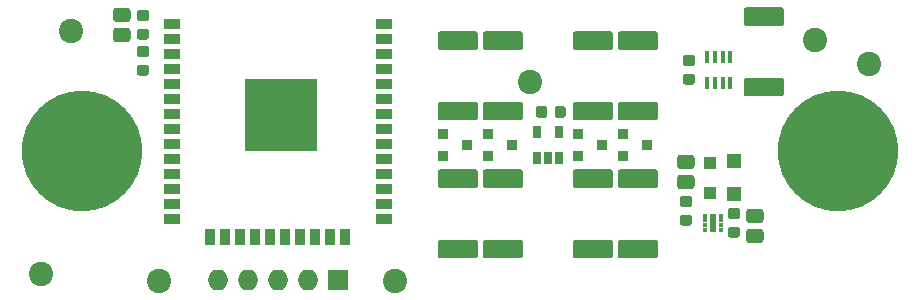
<source format=gts>
G04 #@! TF.GenerationSoftware,KiCad,Pcbnew,5.0.0-rc3-unknown-3df2743~65~ubuntu18.04.1*
G04 #@! TF.CreationDate,2018-07-04T11:38:03+02:00*
G04 #@! TF.ProjectId,ESP32-li-ion-cell-monitor,45535033322D6C692D696F6E2D63656C,1.0*
G04 #@! TF.SameCoordinates,Original*
G04 #@! TF.FileFunction,Soldermask,Top*
G04 #@! TF.FilePolarity,Negative*
%FSLAX46Y46*%
G04 Gerber Fmt 4.6, Leading zero omitted, Abs format (unit mm)*
G04 Created by KiCad (PCBNEW 5.0.0-rc3-unknown-3df2743~65~ubuntu18.04.1) date Wed Jul  4 11:38:03 2018*
%MOMM*%
%LPD*%
G01*
G04 APERTURE LIST*
%ADD10C,0.360000*%
%ADD11R,0.500000X1.500000*%
%ADD12R,0.410000X0.320000*%
%ADD13R,0.460000X1.120000*%
%ADD14O,1.760000X1.760000*%
%ADD15R,1.760000X1.760000*%
%ADD16C,0.860000*%
%ADD17R,6.060000X6.060000*%
%ADD18R,1.410000X0.960000*%
%ADD19R,0.960000X1.410000*%
%ADD20R,0.710000X1.120000*%
%ADD21C,0.100000*%
%ADD22C,1.210000*%
%ADD23C,0.935000*%
%ADD24R,0.960000X0.860000*%
%ADD25C,2.060000*%
%ADD26R,1.160000X1.160000*%
%ADD27R,1.060000X1.060000*%
%ADD28C,1.585000*%
%ADD29C,10.220000*%
G04 APERTURE END LIST*
D10*
G04 #@! TO.C,U1*
X215392000Y-70604000D03*
X215392000Y-70279000D03*
X215392000Y-69929000D03*
X215392000Y-69604000D03*
D11*
X215392000Y-70104000D03*
D12*
X216092000Y-69504000D03*
X216092000Y-69904000D03*
X216092000Y-70304000D03*
X216092000Y-70704000D03*
X214692000Y-70704000D03*
X214692000Y-70304000D03*
X214692000Y-69904000D03*
X214692000Y-69504000D03*
G04 #@! TD*
D13*
G04 #@! TO.C,U3*
X216880000Y-58250000D03*
X216230000Y-58250000D03*
X215570000Y-58250000D03*
X214920000Y-58250000D03*
X214920000Y-56050000D03*
X215570000Y-56050000D03*
X216230000Y-56050000D03*
X216880000Y-56050000D03*
G04 #@! TD*
D14*
G04 #@! TO.C,J3*
X173482000Y-74930000D03*
X176022000Y-74930000D03*
X178562000Y-74930000D03*
X181102000Y-74930000D03*
D15*
X183642000Y-74930000D03*
G04 #@! TD*
D16*
G04 #@! TO.C,U2*
X176856000Y-58990000D03*
D17*
X178856000Y-60990000D03*
D18*
X169556000Y-53280000D03*
X169556000Y-54550000D03*
X169556000Y-55820000D03*
X169556000Y-57090000D03*
X169556000Y-58360000D03*
X169556000Y-59630000D03*
X169556000Y-60900000D03*
X169556000Y-62170000D03*
X169556000Y-63440000D03*
X169556000Y-64710000D03*
X169556000Y-65980000D03*
X169556000Y-67250000D03*
X169556000Y-68520000D03*
X169556000Y-69790000D03*
D19*
X172856000Y-71290000D03*
X174126000Y-71290000D03*
X175396000Y-71290000D03*
X176666000Y-71290000D03*
X177936000Y-71290000D03*
X179206000Y-71290000D03*
X180476000Y-71290000D03*
X181746000Y-71290000D03*
X183016000Y-71290000D03*
X184286000Y-71290000D03*
D18*
X187586000Y-69790000D03*
X187586000Y-68520000D03*
X187586000Y-67250000D03*
X187586000Y-65980000D03*
X187586000Y-64710000D03*
X187586000Y-63440000D03*
X187586000Y-62170000D03*
X187586000Y-60900000D03*
X187586000Y-59630000D03*
X187586000Y-58360000D03*
X187586000Y-57090000D03*
X187586000Y-55820000D03*
X187586000Y-54550000D03*
X187586000Y-53280000D03*
D16*
X176856000Y-59990000D03*
X176856000Y-60990000D03*
X176856000Y-61990000D03*
X176856000Y-62990000D03*
X177856000Y-62990000D03*
X177856000Y-61990000D03*
X177856000Y-60990000D03*
X177856000Y-59990000D03*
X177856000Y-58990000D03*
X179856000Y-58990000D03*
X179856000Y-59990000D03*
X179856000Y-60990000D03*
X179856000Y-61990000D03*
X179856000Y-62990000D03*
X178856000Y-62990000D03*
X178856000Y-61990000D03*
X178856000Y-60990000D03*
X178856000Y-59990000D03*
X178856000Y-58990000D03*
X180856000Y-62990000D03*
X180856000Y-61990000D03*
X180856000Y-60990000D03*
X180856000Y-59990000D03*
X180856000Y-58990000D03*
G04 #@! TD*
D20*
G04 #@! TO.C,U4*
X200472000Y-64600000D03*
X201422000Y-64600000D03*
X202372000Y-64600000D03*
X202372000Y-62400000D03*
X200472000Y-62400000D03*
G04 #@! TD*
D21*
G04 #@! TO.C,C1*
G36*
X165846740Y-51886267D02*
X165872274Y-51890054D01*
X165897314Y-51896327D01*
X165921619Y-51905023D01*
X165944955Y-51916060D01*
X165967096Y-51929331D01*
X165987830Y-51944708D01*
X166006956Y-51962044D01*
X166024292Y-51981170D01*
X166039669Y-52001904D01*
X166052940Y-52024045D01*
X166063977Y-52047381D01*
X166072673Y-52071686D01*
X166078946Y-52096726D01*
X166082733Y-52122260D01*
X166084000Y-52148043D01*
X166084000Y-52831957D01*
X166082733Y-52857740D01*
X166078946Y-52883274D01*
X166072673Y-52908314D01*
X166063977Y-52932619D01*
X166052940Y-52955955D01*
X166039669Y-52978096D01*
X166024292Y-52998830D01*
X166006956Y-53017956D01*
X165987830Y-53035292D01*
X165967096Y-53050669D01*
X165944955Y-53063940D01*
X165921619Y-53074977D01*
X165897314Y-53083673D01*
X165872274Y-53089946D01*
X165846740Y-53093733D01*
X165820957Y-53095000D01*
X164887043Y-53095000D01*
X164861260Y-53093733D01*
X164835726Y-53089946D01*
X164810686Y-53083673D01*
X164786381Y-53074977D01*
X164763045Y-53063940D01*
X164740904Y-53050669D01*
X164720170Y-53035292D01*
X164701044Y-53017956D01*
X164683708Y-52998830D01*
X164668331Y-52978096D01*
X164655060Y-52955955D01*
X164644023Y-52932619D01*
X164635327Y-52908314D01*
X164629054Y-52883274D01*
X164625267Y-52857740D01*
X164624000Y-52831957D01*
X164624000Y-52148043D01*
X164625267Y-52122260D01*
X164629054Y-52096726D01*
X164635327Y-52071686D01*
X164644023Y-52047381D01*
X164655060Y-52024045D01*
X164668331Y-52001904D01*
X164683708Y-51981170D01*
X164701044Y-51962044D01*
X164720170Y-51944708D01*
X164740904Y-51929331D01*
X164763045Y-51916060D01*
X164786381Y-51905023D01*
X164810686Y-51896327D01*
X164835726Y-51890054D01*
X164861260Y-51886267D01*
X164887043Y-51885000D01*
X165820957Y-51885000D01*
X165846740Y-51886267D01*
X165846740Y-51886267D01*
G37*
D22*
X165354000Y-52490000D03*
D21*
G36*
X165846740Y-53586267D02*
X165872274Y-53590054D01*
X165897314Y-53596327D01*
X165921619Y-53605023D01*
X165944955Y-53616060D01*
X165967096Y-53629331D01*
X165987830Y-53644708D01*
X166006956Y-53662044D01*
X166024292Y-53681170D01*
X166039669Y-53701904D01*
X166052940Y-53724045D01*
X166063977Y-53747381D01*
X166072673Y-53771686D01*
X166078946Y-53796726D01*
X166082733Y-53822260D01*
X166084000Y-53848043D01*
X166084000Y-54531957D01*
X166082733Y-54557740D01*
X166078946Y-54583274D01*
X166072673Y-54608314D01*
X166063977Y-54632619D01*
X166052940Y-54655955D01*
X166039669Y-54678096D01*
X166024292Y-54698830D01*
X166006956Y-54717956D01*
X165987830Y-54735292D01*
X165967096Y-54750669D01*
X165944955Y-54763940D01*
X165921619Y-54774977D01*
X165897314Y-54783673D01*
X165872274Y-54789946D01*
X165846740Y-54793733D01*
X165820957Y-54795000D01*
X164887043Y-54795000D01*
X164861260Y-54793733D01*
X164835726Y-54789946D01*
X164810686Y-54783673D01*
X164786381Y-54774977D01*
X164763045Y-54763940D01*
X164740904Y-54750669D01*
X164720170Y-54735292D01*
X164701044Y-54717956D01*
X164683708Y-54698830D01*
X164668331Y-54678096D01*
X164655060Y-54655955D01*
X164644023Y-54632619D01*
X164635327Y-54608314D01*
X164629054Y-54583274D01*
X164625267Y-54557740D01*
X164624000Y-54531957D01*
X164624000Y-53848043D01*
X164625267Y-53822260D01*
X164629054Y-53796726D01*
X164635327Y-53771686D01*
X164644023Y-53747381D01*
X164655060Y-53724045D01*
X164668331Y-53701904D01*
X164683708Y-53681170D01*
X164701044Y-53662044D01*
X164720170Y-53644708D01*
X164740904Y-53629331D01*
X164763045Y-53616060D01*
X164786381Y-53605023D01*
X164810686Y-53596327D01*
X164835726Y-53590054D01*
X164861260Y-53586267D01*
X164887043Y-53585000D01*
X165820957Y-53585000D01*
X165846740Y-53586267D01*
X165846740Y-53586267D01*
G37*
D22*
X165354000Y-54190000D03*
G04 #@! TD*
D21*
G04 #@! TO.C,C4*
G36*
X217464162Y-70425126D02*
X217486852Y-70428491D01*
X217509104Y-70434065D01*
X217530702Y-70441793D01*
X217551439Y-70451601D01*
X217571115Y-70463394D01*
X217589539Y-70477059D01*
X217606536Y-70492464D01*
X217621941Y-70509461D01*
X217635606Y-70527885D01*
X217647399Y-70547561D01*
X217657207Y-70568298D01*
X217664935Y-70589896D01*
X217670509Y-70612148D01*
X217673874Y-70634838D01*
X217675000Y-70657750D01*
X217675000Y-71125250D01*
X217673874Y-71148162D01*
X217670509Y-71170852D01*
X217664935Y-71193104D01*
X217657207Y-71214702D01*
X217647399Y-71235439D01*
X217635606Y-71255115D01*
X217621941Y-71273539D01*
X217606536Y-71290536D01*
X217589539Y-71305941D01*
X217571115Y-71319606D01*
X217551439Y-71331399D01*
X217530702Y-71341207D01*
X217509104Y-71348935D01*
X217486852Y-71354509D01*
X217464162Y-71357874D01*
X217441250Y-71359000D01*
X216898750Y-71359000D01*
X216875838Y-71357874D01*
X216853148Y-71354509D01*
X216830896Y-71348935D01*
X216809298Y-71341207D01*
X216788561Y-71331399D01*
X216768885Y-71319606D01*
X216750461Y-71305941D01*
X216733464Y-71290536D01*
X216718059Y-71273539D01*
X216704394Y-71255115D01*
X216692601Y-71235439D01*
X216682793Y-71214702D01*
X216675065Y-71193104D01*
X216669491Y-71170852D01*
X216666126Y-71148162D01*
X216665000Y-71125250D01*
X216665000Y-70657750D01*
X216666126Y-70634838D01*
X216669491Y-70612148D01*
X216675065Y-70589896D01*
X216682793Y-70568298D01*
X216692601Y-70547561D01*
X216704394Y-70527885D01*
X216718059Y-70509461D01*
X216733464Y-70492464D01*
X216750461Y-70477059D01*
X216768885Y-70463394D01*
X216788561Y-70451601D01*
X216809298Y-70441793D01*
X216830896Y-70434065D01*
X216853148Y-70428491D01*
X216875838Y-70425126D01*
X216898750Y-70424000D01*
X217441250Y-70424000D01*
X217464162Y-70425126D01*
X217464162Y-70425126D01*
G37*
D23*
X217170000Y-70891500D03*
D21*
G36*
X217464162Y-68850126D02*
X217486852Y-68853491D01*
X217509104Y-68859065D01*
X217530702Y-68866793D01*
X217551439Y-68876601D01*
X217571115Y-68888394D01*
X217589539Y-68902059D01*
X217606536Y-68917464D01*
X217621941Y-68934461D01*
X217635606Y-68952885D01*
X217647399Y-68972561D01*
X217657207Y-68993298D01*
X217664935Y-69014896D01*
X217670509Y-69037148D01*
X217673874Y-69059838D01*
X217675000Y-69082750D01*
X217675000Y-69550250D01*
X217673874Y-69573162D01*
X217670509Y-69595852D01*
X217664935Y-69618104D01*
X217657207Y-69639702D01*
X217647399Y-69660439D01*
X217635606Y-69680115D01*
X217621941Y-69698539D01*
X217606536Y-69715536D01*
X217589539Y-69730941D01*
X217571115Y-69744606D01*
X217551439Y-69756399D01*
X217530702Y-69766207D01*
X217509104Y-69773935D01*
X217486852Y-69779509D01*
X217464162Y-69782874D01*
X217441250Y-69784000D01*
X216898750Y-69784000D01*
X216875838Y-69782874D01*
X216853148Y-69779509D01*
X216830896Y-69773935D01*
X216809298Y-69766207D01*
X216788561Y-69756399D01*
X216768885Y-69744606D01*
X216750461Y-69730941D01*
X216733464Y-69715536D01*
X216718059Y-69698539D01*
X216704394Y-69680115D01*
X216692601Y-69660439D01*
X216682793Y-69639702D01*
X216675065Y-69618104D01*
X216669491Y-69595852D01*
X216666126Y-69573162D01*
X216665000Y-69550250D01*
X216665000Y-69082750D01*
X216666126Y-69059838D01*
X216669491Y-69037148D01*
X216675065Y-69014896D01*
X216682793Y-68993298D01*
X216692601Y-68972561D01*
X216704394Y-68952885D01*
X216718059Y-68934461D01*
X216733464Y-68917464D01*
X216750461Y-68902059D01*
X216768885Y-68888394D01*
X216788561Y-68876601D01*
X216809298Y-68866793D01*
X216830896Y-68859065D01*
X216853148Y-68853491D01*
X216875838Y-68850126D01*
X216898750Y-68849000D01*
X217441250Y-68849000D01*
X217464162Y-68850126D01*
X217464162Y-68850126D01*
G37*
D23*
X217170000Y-69316500D03*
G04 #@! TD*
D21*
G04 #@! TO.C,C5*
G36*
X213598740Y-66032267D02*
X213624274Y-66036054D01*
X213649314Y-66042327D01*
X213673619Y-66051023D01*
X213696955Y-66062060D01*
X213719096Y-66075331D01*
X213739830Y-66090708D01*
X213758956Y-66108044D01*
X213776292Y-66127170D01*
X213791669Y-66147904D01*
X213804940Y-66170045D01*
X213815977Y-66193381D01*
X213824673Y-66217686D01*
X213830946Y-66242726D01*
X213834733Y-66268260D01*
X213836000Y-66294043D01*
X213836000Y-66977957D01*
X213834733Y-67003740D01*
X213830946Y-67029274D01*
X213824673Y-67054314D01*
X213815977Y-67078619D01*
X213804940Y-67101955D01*
X213791669Y-67124096D01*
X213776292Y-67144830D01*
X213758956Y-67163956D01*
X213739830Y-67181292D01*
X213719096Y-67196669D01*
X213696955Y-67209940D01*
X213673619Y-67220977D01*
X213649314Y-67229673D01*
X213624274Y-67235946D01*
X213598740Y-67239733D01*
X213572957Y-67241000D01*
X212639043Y-67241000D01*
X212613260Y-67239733D01*
X212587726Y-67235946D01*
X212562686Y-67229673D01*
X212538381Y-67220977D01*
X212515045Y-67209940D01*
X212492904Y-67196669D01*
X212472170Y-67181292D01*
X212453044Y-67163956D01*
X212435708Y-67144830D01*
X212420331Y-67124096D01*
X212407060Y-67101955D01*
X212396023Y-67078619D01*
X212387327Y-67054314D01*
X212381054Y-67029274D01*
X212377267Y-67003740D01*
X212376000Y-66977957D01*
X212376000Y-66294043D01*
X212377267Y-66268260D01*
X212381054Y-66242726D01*
X212387327Y-66217686D01*
X212396023Y-66193381D01*
X212407060Y-66170045D01*
X212420331Y-66147904D01*
X212435708Y-66127170D01*
X212453044Y-66108044D01*
X212472170Y-66090708D01*
X212492904Y-66075331D01*
X212515045Y-66062060D01*
X212538381Y-66051023D01*
X212562686Y-66042327D01*
X212587726Y-66036054D01*
X212613260Y-66032267D01*
X212639043Y-66031000D01*
X213572957Y-66031000D01*
X213598740Y-66032267D01*
X213598740Y-66032267D01*
G37*
D22*
X213106000Y-66636000D03*
D21*
G36*
X213598740Y-64332267D02*
X213624274Y-64336054D01*
X213649314Y-64342327D01*
X213673619Y-64351023D01*
X213696955Y-64362060D01*
X213719096Y-64375331D01*
X213739830Y-64390708D01*
X213758956Y-64408044D01*
X213776292Y-64427170D01*
X213791669Y-64447904D01*
X213804940Y-64470045D01*
X213815977Y-64493381D01*
X213824673Y-64517686D01*
X213830946Y-64542726D01*
X213834733Y-64568260D01*
X213836000Y-64594043D01*
X213836000Y-65277957D01*
X213834733Y-65303740D01*
X213830946Y-65329274D01*
X213824673Y-65354314D01*
X213815977Y-65378619D01*
X213804940Y-65401955D01*
X213791669Y-65424096D01*
X213776292Y-65444830D01*
X213758956Y-65463956D01*
X213739830Y-65481292D01*
X213719096Y-65496669D01*
X213696955Y-65509940D01*
X213673619Y-65520977D01*
X213649314Y-65529673D01*
X213624274Y-65535946D01*
X213598740Y-65539733D01*
X213572957Y-65541000D01*
X212639043Y-65541000D01*
X212613260Y-65539733D01*
X212587726Y-65535946D01*
X212562686Y-65529673D01*
X212538381Y-65520977D01*
X212515045Y-65509940D01*
X212492904Y-65496669D01*
X212472170Y-65481292D01*
X212453044Y-65463956D01*
X212435708Y-65444830D01*
X212420331Y-65424096D01*
X212407060Y-65401955D01*
X212396023Y-65378619D01*
X212387327Y-65354314D01*
X212381054Y-65329274D01*
X212377267Y-65303740D01*
X212376000Y-65277957D01*
X212376000Y-64594043D01*
X212377267Y-64568260D01*
X212381054Y-64542726D01*
X212387327Y-64517686D01*
X212396023Y-64493381D01*
X212407060Y-64470045D01*
X212420331Y-64447904D01*
X212435708Y-64427170D01*
X212453044Y-64408044D01*
X212472170Y-64390708D01*
X212492904Y-64375331D01*
X212515045Y-64362060D01*
X212538381Y-64351023D01*
X212562686Y-64342327D01*
X212587726Y-64336054D01*
X212613260Y-64332267D01*
X212639043Y-64331000D01*
X213572957Y-64331000D01*
X213598740Y-64332267D01*
X213598740Y-64332267D01*
G37*
D22*
X213106000Y-64936000D03*
G04 #@! TD*
D21*
G04 #@! TO.C,C6*
G36*
X213400162Y-67834126D02*
X213422852Y-67837491D01*
X213445104Y-67843065D01*
X213466702Y-67850793D01*
X213487439Y-67860601D01*
X213507115Y-67872394D01*
X213525539Y-67886059D01*
X213542536Y-67901464D01*
X213557941Y-67918461D01*
X213571606Y-67936885D01*
X213583399Y-67956561D01*
X213593207Y-67977298D01*
X213600935Y-67998896D01*
X213606509Y-68021148D01*
X213609874Y-68043838D01*
X213611000Y-68066750D01*
X213611000Y-68534250D01*
X213609874Y-68557162D01*
X213606509Y-68579852D01*
X213600935Y-68602104D01*
X213593207Y-68623702D01*
X213583399Y-68644439D01*
X213571606Y-68664115D01*
X213557941Y-68682539D01*
X213542536Y-68699536D01*
X213525539Y-68714941D01*
X213507115Y-68728606D01*
X213487439Y-68740399D01*
X213466702Y-68750207D01*
X213445104Y-68757935D01*
X213422852Y-68763509D01*
X213400162Y-68766874D01*
X213377250Y-68768000D01*
X212834750Y-68768000D01*
X212811838Y-68766874D01*
X212789148Y-68763509D01*
X212766896Y-68757935D01*
X212745298Y-68750207D01*
X212724561Y-68740399D01*
X212704885Y-68728606D01*
X212686461Y-68714941D01*
X212669464Y-68699536D01*
X212654059Y-68682539D01*
X212640394Y-68664115D01*
X212628601Y-68644439D01*
X212618793Y-68623702D01*
X212611065Y-68602104D01*
X212605491Y-68579852D01*
X212602126Y-68557162D01*
X212601000Y-68534250D01*
X212601000Y-68066750D01*
X212602126Y-68043838D01*
X212605491Y-68021148D01*
X212611065Y-67998896D01*
X212618793Y-67977298D01*
X212628601Y-67956561D01*
X212640394Y-67936885D01*
X212654059Y-67918461D01*
X212669464Y-67901464D01*
X212686461Y-67886059D01*
X212704885Y-67872394D01*
X212724561Y-67860601D01*
X212745298Y-67850793D01*
X212766896Y-67843065D01*
X212789148Y-67837491D01*
X212811838Y-67834126D01*
X212834750Y-67833000D01*
X213377250Y-67833000D01*
X213400162Y-67834126D01*
X213400162Y-67834126D01*
G37*
D23*
X213106000Y-68300500D03*
D21*
G36*
X213400162Y-69409126D02*
X213422852Y-69412491D01*
X213445104Y-69418065D01*
X213466702Y-69425793D01*
X213487439Y-69435601D01*
X213507115Y-69447394D01*
X213525539Y-69461059D01*
X213542536Y-69476464D01*
X213557941Y-69493461D01*
X213571606Y-69511885D01*
X213583399Y-69531561D01*
X213593207Y-69552298D01*
X213600935Y-69573896D01*
X213606509Y-69596148D01*
X213609874Y-69618838D01*
X213611000Y-69641750D01*
X213611000Y-70109250D01*
X213609874Y-70132162D01*
X213606509Y-70154852D01*
X213600935Y-70177104D01*
X213593207Y-70198702D01*
X213583399Y-70219439D01*
X213571606Y-70239115D01*
X213557941Y-70257539D01*
X213542536Y-70274536D01*
X213525539Y-70289941D01*
X213507115Y-70303606D01*
X213487439Y-70315399D01*
X213466702Y-70325207D01*
X213445104Y-70332935D01*
X213422852Y-70338509D01*
X213400162Y-70341874D01*
X213377250Y-70343000D01*
X212834750Y-70343000D01*
X212811838Y-70341874D01*
X212789148Y-70338509D01*
X212766896Y-70332935D01*
X212745298Y-70325207D01*
X212724561Y-70315399D01*
X212704885Y-70303606D01*
X212686461Y-70289941D01*
X212669464Y-70274536D01*
X212654059Y-70257539D01*
X212640394Y-70239115D01*
X212628601Y-70219439D01*
X212618793Y-70198702D01*
X212611065Y-70177104D01*
X212605491Y-70154852D01*
X212602126Y-70132162D01*
X212601000Y-70109250D01*
X212601000Y-69641750D01*
X212602126Y-69618838D01*
X212605491Y-69596148D01*
X212611065Y-69573896D01*
X212618793Y-69552298D01*
X212628601Y-69531561D01*
X212640394Y-69511885D01*
X212654059Y-69493461D01*
X212669464Y-69476464D01*
X212686461Y-69461059D01*
X212704885Y-69447394D01*
X212724561Y-69435601D01*
X212745298Y-69425793D01*
X212766896Y-69418065D01*
X212789148Y-69412491D01*
X212811838Y-69409126D01*
X212834750Y-69408000D01*
X213377250Y-69408000D01*
X213400162Y-69409126D01*
X213400162Y-69409126D01*
G37*
D23*
X213106000Y-69875500D03*
G04 #@! TD*
D24*
G04 #@! TO.C,Q1*
X194548000Y-63500000D03*
X192548000Y-64450000D03*
X192548000Y-62550000D03*
G04 #@! TD*
G04 #@! TO.C,Q2*
X196358000Y-62550000D03*
X196358000Y-64450000D03*
X198358000Y-63500000D03*
G04 #@! TD*
G04 #@! TO.C,Q3*
X203978000Y-62550000D03*
X203978000Y-64450000D03*
X205978000Y-63500000D03*
G04 #@! TD*
G04 #@! TO.C,Q4*
X209788000Y-63500000D03*
X207788000Y-64450000D03*
X207788000Y-62550000D03*
G04 #@! TD*
D25*
G04 #@! TO.C,TP1*
X161036000Y-53848000D03*
G04 #@! TD*
G04 #@! TO.C,TP2*
X158496000Y-74422000D03*
G04 #@! TD*
G04 #@! TO.C,TP3*
X168492000Y-75000000D03*
G04 #@! TD*
G04 #@! TO.C,TP4*
X188492000Y-75000000D03*
G04 #@! TD*
G04 #@! TO.C,TP5*
X224028000Y-54610000D03*
G04 #@! TD*
G04 #@! TO.C,TP6*
X228600000Y-56642000D03*
G04 #@! TD*
G04 #@! TO.C,TP7*
X199898000Y-58166000D03*
G04 #@! TD*
D21*
G04 #@! TO.C,C2*
G36*
X219440740Y-68904267D02*
X219466274Y-68908054D01*
X219491314Y-68914327D01*
X219515619Y-68923023D01*
X219538955Y-68934060D01*
X219561096Y-68947331D01*
X219581830Y-68962708D01*
X219600956Y-68980044D01*
X219618292Y-68999170D01*
X219633669Y-69019904D01*
X219646940Y-69042045D01*
X219657977Y-69065381D01*
X219666673Y-69089686D01*
X219672946Y-69114726D01*
X219676733Y-69140260D01*
X219678000Y-69166043D01*
X219678000Y-69849957D01*
X219676733Y-69875740D01*
X219672946Y-69901274D01*
X219666673Y-69926314D01*
X219657977Y-69950619D01*
X219646940Y-69973955D01*
X219633669Y-69996096D01*
X219618292Y-70016830D01*
X219600956Y-70035956D01*
X219581830Y-70053292D01*
X219561096Y-70068669D01*
X219538955Y-70081940D01*
X219515619Y-70092977D01*
X219491314Y-70101673D01*
X219466274Y-70107946D01*
X219440740Y-70111733D01*
X219414957Y-70113000D01*
X218481043Y-70113000D01*
X218455260Y-70111733D01*
X218429726Y-70107946D01*
X218404686Y-70101673D01*
X218380381Y-70092977D01*
X218357045Y-70081940D01*
X218334904Y-70068669D01*
X218314170Y-70053292D01*
X218295044Y-70035956D01*
X218277708Y-70016830D01*
X218262331Y-69996096D01*
X218249060Y-69973955D01*
X218238023Y-69950619D01*
X218229327Y-69926314D01*
X218223054Y-69901274D01*
X218219267Y-69875740D01*
X218218000Y-69849957D01*
X218218000Y-69166043D01*
X218219267Y-69140260D01*
X218223054Y-69114726D01*
X218229327Y-69089686D01*
X218238023Y-69065381D01*
X218249060Y-69042045D01*
X218262331Y-69019904D01*
X218277708Y-68999170D01*
X218295044Y-68980044D01*
X218314170Y-68962708D01*
X218334904Y-68947331D01*
X218357045Y-68934060D01*
X218380381Y-68923023D01*
X218404686Y-68914327D01*
X218429726Y-68908054D01*
X218455260Y-68904267D01*
X218481043Y-68903000D01*
X219414957Y-68903000D01*
X219440740Y-68904267D01*
X219440740Y-68904267D01*
G37*
D22*
X218948000Y-69508000D03*
D21*
G36*
X219440740Y-70604267D02*
X219466274Y-70608054D01*
X219491314Y-70614327D01*
X219515619Y-70623023D01*
X219538955Y-70634060D01*
X219561096Y-70647331D01*
X219581830Y-70662708D01*
X219600956Y-70680044D01*
X219618292Y-70699170D01*
X219633669Y-70719904D01*
X219646940Y-70742045D01*
X219657977Y-70765381D01*
X219666673Y-70789686D01*
X219672946Y-70814726D01*
X219676733Y-70840260D01*
X219678000Y-70866043D01*
X219678000Y-71549957D01*
X219676733Y-71575740D01*
X219672946Y-71601274D01*
X219666673Y-71626314D01*
X219657977Y-71650619D01*
X219646940Y-71673955D01*
X219633669Y-71696096D01*
X219618292Y-71716830D01*
X219600956Y-71735956D01*
X219581830Y-71753292D01*
X219561096Y-71768669D01*
X219538955Y-71781940D01*
X219515619Y-71792977D01*
X219491314Y-71801673D01*
X219466274Y-71807946D01*
X219440740Y-71811733D01*
X219414957Y-71813000D01*
X218481043Y-71813000D01*
X218455260Y-71811733D01*
X218429726Y-71807946D01*
X218404686Y-71801673D01*
X218380381Y-71792977D01*
X218357045Y-71781940D01*
X218334904Y-71768669D01*
X218314170Y-71753292D01*
X218295044Y-71735956D01*
X218277708Y-71716830D01*
X218262331Y-71696096D01*
X218249060Y-71673955D01*
X218238023Y-71650619D01*
X218229327Y-71626314D01*
X218223054Y-71601274D01*
X218219267Y-71575740D01*
X218218000Y-71549957D01*
X218218000Y-70866043D01*
X218219267Y-70840260D01*
X218223054Y-70814726D01*
X218229327Y-70789686D01*
X218238023Y-70765381D01*
X218249060Y-70742045D01*
X218262331Y-70719904D01*
X218277708Y-70699170D01*
X218295044Y-70680044D01*
X218314170Y-70662708D01*
X218334904Y-70647331D01*
X218357045Y-70634060D01*
X218380381Y-70623023D01*
X218404686Y-70614327D01*
X218429726Y-70608054D01*
X218455260Y-70604267D01*
X218481043Y-70603000D01*
X219414957Y-70603000D01*
X219440740Y-70604267D01*
X219440740Y-70604267D01*
G37*
D22*
X218948000Y-71208000D03*
G04 #@! TD*
D21*
G04 #@! TO.C,C3*
G36*
X167426162Y-52086126D02*
X167448852Y-52089491D01*
X167471104Y-52095065D01*
X167492702Y-52102793D01*
X167513439Y-52112601D01*
X167533115Y-52124394D01*
X167551539Y-52138059D01*
X167568536Y-52153464D01*
X167583941Y-52170461D01*
X167597606Y-52188885D01*
X167609399Y-52208561D01*
X167619207Y-52229298D01*
X167626935Y-52250896D01*
X167632509Y-52273148D01*
X167635874Y-52295838D01*
X167637000Y-52318750D01*
X167637000Y-52786250D01*
X167635874Y-52809162D01*
X167632509Y-52831852D01*
X167626935Y-52854104D01*
X167619207Y-52875702D01*
X167609399Y-52896439D01*
X167597606Y-52916115D01*
X167583941Y-52934539D01*
X167568536Y-52951536D01*
X167551539Y-52966941D01*
X167533115Y-52980606D01*
X167513439Y-52992399D01*
X167492702Y-53002207D01*
X167471104Y-53009935D01*
X167448852Y-53015509D01*
X167426162Y-53018874D01*
X167403250Y-53020000D01*
X166860750Y-53020000D01*
X166837838Y-53018874D01*
X166815148Y-53015509D01*
X166792896Y-53009935D01*
X166771298Y-53002207D01*
X166750561Y-52992399D01*
X166730885Y-52980606D01*
X166712461Y-52966941D01*
X166695464Y-52951536D01*
X166680059Y-52934539D01*
X166666394Y-52916115D01*
X166654601Y-52896439D01*
X166644793Y-52875702D01*
X166637065Y-52854104D01*
X166631491Y-52831852D01*
X166628126Y-52809162D01*
X166627000Y-52786250D01*
X166627000Y-52318750D01*
X166628126Y-52295838D01*
X166631491Y-52273148D01*
X166637065Y-52250896D01*
X166644793Y-52229298D01*
X166654601Y-52208561D01*
X166666394Y-52188885D01*
X166680059Y-52170461D01*
X166695464Y-52153464D01*
X166712461Y-52138059D01*
X166730885Y-52124394D01*
X166750561Y-52112601D01*
X166771298Y-52102793D01*
X166792896Y-52095065D01*
X166815148Y-52089491D01*
X166837838Y-52086126D01*
X166860750Y-52085000D01*
X167403250Y-52085000D01*
X167426162Y-52086126D01*
X167426162Y-52086126D01*
G37*
D23*
X167132000Y-52552500D03*
D21*
G36*
X167426162Y-53661126D02*
X167448852Y-53664491D01*
X167471104Y-53670065D01*
X167492702Y-53677793D01*
X167513439Y-53687601D01*
X167533115Y-53699394D01*
X167551539Y-53713059D01*
X167568536Y-53728464D01*
X167583941Y-53745461D01*
X167597606Y-53763885D01*
X167609399Y-53783561D01*
X167619207Y-53804298D01*
X167626935Y-53825896D01*
X167632509Y-53848148D01*
X167635874Y-53870838D01*
X167637000Y-53893750D01*
X167637000Y-54361250D01*
X167635874Y-54384162D01*
X167632509Y-54406852D01*
X167626935Y-54429104D01*
X167619207Y-54450702D01*
X167609399Y-54471439D01*
X167597606Y-54491115D01*
X167583941Y-54509539D01*
X167568536Y-54526536D01*
X167551539Y-54541941D01*
X167533115Y-54555606D01*
X167513439Y-54567399D01*
X167492702Y-54577207D01*
X167471104Y-54584935D01*
X167448852Y-54590509D01*
X167426162Y-54593874D01*
X167403250Y-54595000D01*
X166860750Y-54595000D01*
X166837838Y-54593874D01*
X166815148Y-54590509D01*
X166792896Y-54584935D01*
X166771298Y-54577207D01*
X166750561Y-54567399D01*
X166730885Y-54555606D01*
X166712461Y-54541941D01*
X166695464Y-54526536D01*
X166680059Y-54509539D01*
X166666394Y-54491115D01*
X166654601Y-54471439D01*
X166644793Y-54450702D01*
X166637065Y-54429104D01*
X166631491Y-54406852D01*
X166628126Y-54384162D01*
X166627000Y-54361250D01*
X166627000Y-53893750D01*
X166628126Y-53870838D01*
X166631491Y-53848148D01*
X166637065Y-53825896D01*
X166644793Y-53804298D01*
X166654601Y-53783561D01*
X166666394Y-53763885D01*
X166680059Y-53745461D01*
X166695464Y-53728464D01*
X166712461Y-53713059D01*
X166730885Y-53699394D01*
X166750561Y-53687601D01*
X166771298Y-53677793D01*
X166792896Y-53670065D01*
X166815148Y-53664491D01*
X166837838Y-53661126D01*
X166860750Y-53660000D01*
X167403250Y-53660000D01*
X167426162Y-53661126D01*
X167426162Y-53661126D01*
G37*
D23*
X167132000Y-54127500D03*
G04 #@! TD*
D21*
G04 #@! TO.C,R1*
G36*
X167426162Y-56709126D02*
X167448852Y-56712491D01*
X167471104Y-56718065D01*
X167492702Y-56725793D01*
X167513439Y-56735601D01*
X167533115Y-56747394D01*
X167551539Y-56761059D01*
X167568536Y-56776464D01*
X167583941Y-56793461D01*
X167597606Y-56811885D01*
X167609399Y-56831561D01*
X167619207Y-56852298D01*
X167626935Y-56873896D01*
X167632509Y-56896148D01*
X167635874Y-56918838D01*
X167637000Y-56941750D01*
X167637000Y-57409250D01*
X167635874Y-57432162D01*
X167632509Y-57454852D01*
X167626935Y-57477104D01*
X167619207Y-57498702D01*
X167609399Y-57519439D01*
X167597606Y-57539115D01*
X167583941Y-57557539D01*
X167568536Y-57574536D01*
X167551539Y-57589941D01*
X167533115Y-57603606D01*
X167513439Y-57615399D01*
X167492702Y-57625207D01*
X167471104Y-57632935D01*
X167448852Y-57638509D01*
X167426162Y-57641874D01*
X167403250Y-57643000D01*
X166860750Y-57643000D01*
X166837838Y-57641874D01*
X166815148Y-57638509D01*
X166792896Y-57632935D01*
X166771298Y-57625207D01*
X166750561Y-57615399D01*
X166730885Y-57603606D01*
X166712461Y-57589941D01*
X166695464Y-57574536D01*
X166680059Y-57557539D01*
X166666394Y-57539115D01*
X166654601Y-57519439D01*
X166644793Y-57498702D01*
X166637065Y-57477104D01*
X166631491Y-57454852D01*
X166628126Y-57432162D01*
X166627000Y-57409250D01*
X166627000Y-56941750D01*
X166628126Y-56918838D01*
X166631491Y-56896148D01*
X166637065Y-56873896D01*
X166644793Y-56852298D01*
X166654601Y-56831561D01*
X166666394Y-56811885D01*
X166680059Y-56793461D01*
X166695464Y-56776464D01*
X166712461Y-56761059D01*
X166730885Y-56747394D01*
X166750561Y-56735601D01*
X166771298Y-56725793D01*
X166792896Y-56718065D01*
X166815148Y-56712491D01*
X166837838Y-56709126D01*
X166860750Y-56708000D01*
X167403250Y-56708000D01*
X167426162Y-56709126D01*
X167426162Y-56709126D01*
G37*
D23*
X167132000Y-57175500D03*
D21*
G36*
X167426162Y-55134126D02*
X167448852Y-55137491D01*
X167471104Y-55143065D01*
X167492702Y-55150793D01*
X167513439Y-55160601D01*
X167533115Y-55172394D01*
X167551539Y-55186059D01*
X167568536Y-55201464D01*
X167583941Y-55218461D01*
X167597606Y-55236885D01*
X167609399Y-55256561D01*
X167619207Y-55277298D01*
X167626935Y-55298896D01*
X167632509Y-55321148D01*
X167635874Y-55343838D01*
X167637000Y-55366750D01*
X167637000Y-55834250D01*
X167635874Y-55857162D01*
X167632509Y-55879852D01*
X167626935Y-55902104D01*
X167619207Y-55923702D01*
X167609399Y-55944439D01*
X167597606Y-55964115D01*
X167583941Y-55982539D01*
X167568536Y-55999536D01*
X167551539Y-56014941D01*
X167533115Y-56028606D01*
X167513439Y-56040399D01*
X167492702Y-56050207D01*
X167471104Y-56057935D01*
X167448852Y-56063509D01*
X167426162Y-56066874D01*
X167403250Y-56068000D01*
X166860750Y-56068000D01*
X166837838Y-56066874D01*
X166815148Y-56063509D01*
X166792896Y-56057935D01*
X166771298Y-56050207D01*
X166750561Y-56040399D01*
X166730885Y-56028606D01*
X166712461Y-56014941D01*
X166695464Y-55999536D01*
X166680059Y-55982539D01*
X166666394Y-55964115D01*
X166654601Y-55944439D01*
X166644793Y-55923702D01*
X166637065Y-55902104D01*
X166631491Y-55879852D01*
X166628126Y-55857162D01*
X166627000Y-55834250D01*
X166627000Y-55366750D01*
X166628126Y-55343838D01*
X166631491Y-55321148D01*
X166637065Y-55298896D01*
X166644793Y-55277298D01*
X166654601Y-55256561D01*
X166666394Y-55236885D01*
X166680059Y-55218461D01*
X166695464Y-55201464D01*
X166712461Y-55186059D01*
X166730885Y-55172394D01*
X166750561Y-55160601D01*
X166771298Y-55150793D01*
X166792896Y-55143065D01*
X166815148Y-55137491D01*
X166837838Y-55134126D01*
X166860750Y-55133000D01*
X167403250Y-55133000D01*
X167426162Y-55134126D01*
X167426162Y-55134126D01*
G37*
D23*
X167132000Y-55600500D03*
G04 #@! TD*
D21*
G04 #@! TO.C,C7*
G36*
X213654162Y-57471126D02*
X213676852Y-57474491D01*
X213699104Y-57480065D01*
X213720702Y-57487793D01*
X213741439Y-57497601D01*
X213761115Y-57509394D01*
X213779539Y-57523059D01*
X213796536Y-57538464D01*
X213811941Y-57555461D01*
X213825606Y-57573885D01*
X213837399Y-57593561D01*
X213847207Y-57614298D01*
X213854935Y-57635896D01*
X213860509Y-57658148D01*
X213863874Y-57680838D01*
X213865000Y-57703750D01*
X213865000Y-58171250D01*
X213863874Y-58194162D01*
X213860509Y-58216852D01*
X213854935Y-58239104D01*
X213847207Y-58260702D01*
X213837399Y-58281439D01*
X213825606Y-58301115D01*
X213811941Y-58319539D01*
X213796536Y-58336536D01*
X213779539Y-58351941D01*
X213761115Y-58365606D01*
X213741439Y-58377399D01*
X213720702Y-58387207D01*
X213699104Y-58394935D01*
X213676852Y-58400509D01*
X213654162Y-58403874D01*
X213631250Y-58405000D01*
X213088750Y-58405000D01*
X213065838Y-58403874D01*
X213043148Y-58400509D01*
X213020896Y-58394935D01*
X212999298Y-58387207D01*
X212978561Y-58377399D01*
X212958885Y-58365606D01*
X212940461Y-58351941D01*
X212923464Y-58336536D01*
X212908059Y-58319539D01*
X212894394Y-58301115D01*
X212882601Y-58281439D01*
X212872793Y-58260702D01*
X212865065Y-58239104D01*
X212859491Y-58216852D01*
X212856126Y-58194162D01*
X212855000Y-58171250D01*
X212855000Y-57703750D01*
X212856126Y-57680838D01*
X212859491Y-57658148D01*
X212865065Y-57635896D01*
X212872793Y-57614298D01*
X212882601Y-57593561D01*
X212894394Y-57573885D01*
X212908059Y-57555461D01*
X212923464Y-57538464D01*
X212940461Y-57523059D01*
X212958885Y-57509394D01*
X212978561Y-57497601D01*
X212999298Y-57487793D01*
X213020896Y-57480065D01*
X213043148Y-57474491D01*
X213065838Y-57471126D01*
X213088750Y-57470000D01*
X213631250Y-57470000D01*
X213654162Y-57471126D01*
X213654162Y-57471126D01*
G37*
D23*
X213360000Y-57937500D03*
D21*
G36*
X213654162Y-55896126D02*
X213676852Y-55899491D01*
X213699104Y-55905065D01*
X213720702Y-55912793D01*
X213741439Y-55922601D01*
X213761115Y-55934394D01*
X213779539Y-55948059D01*
X213796536Y-55963464D01*
X213811941Y-55980461D01*
X213825606Y-55998885D01*
X213837399Y-56018561D01*
X213847207Y-56039298D01*
X213854935Y-56060896D01*
X213860509Y-56083148D01*
X213863874Y-56105838D01*
X213865000Y-56128750D01*
X213865000Y-56596250D01*
X213863874Y-56619162D01*
X213860509Y-56641852D01*
X213854935Y-56664104D01*
X213847207Y-56685702D01*
X213837399Y-56706439D01*
X213825606Y-56726115D01*
X213811941Y-56744539D01*
X213796536Y-56761536D01*
X213779539Y-56776941D01*
X213761115Y-56790606D01*
X213741439Y-56802399D01*
X213720702Y-56812207D01*
X213699104Y-56819935D01*
X213676852Y-56825509D01*
X213654162Y-56828874D01*
X213631250Y-56830000D01*
X213088750Y-56830000D01*
X213065838Y-56828874D01*
X213043148Y-56825509D01*
X213020896Y-56819935D01*
X212999298Y-56812207D01*
X212978561Y-56802399D01*
X212958885Y-56790606D01*
X212940461Y-56776941D01*
X212923464Y-56761536D01*
X212908059Y-56744539D01*
X212894394Y-56726115D01*
X212882601Y-56706439D01*
X212872793Y-56685702D01*
X212865065Y-56664104D01*
X212859491Y-56641852D01*
X212856126Y-56619162D01*
X212855000Y-56596250D01*
X212855000Y-56128750D01*
X212856126Y-56105838D01*
X212859491Y-56083148D01*
X212865065Y-56060896D01*
X212872793Y-56039298D01*
X212882601Y-56018561D01*
X212894394Y-55998885D01*
X212908059Y-55980461D01*
X212923464Y-55963464D01*
X212940461Y-55948059D01*
X212958885Y-55934394D01*
X212978561Y-55922601D01*
X212999298Y-55912793D01*
X213020896Y-55905065D01*
X213043148Y-55899491D01*
X213065838Y-55896126D01*
X213088750Y-55895000D01*
X213631250Y-55895000D01*
X213654162Y-55896126D01*
X213654162Y-55896126D01*
G37*
D23*
X213360000Y-56362500D03*
G04 #@! TD*
D21*
G04 #@! TO.C,C8*
G36*
X202720162Y-60202126D02*
X202742852Y-60205491D01*
X202765104Y-60211065D01*
X202786702Y-60218793D01*
X202807439Y-60228601D01*
X202827115Y-60240394D01*
X202845539Y-60254059D01*
X202862536Y-60269464D01*
X202877941Y-60286461D01*
X202891606Y-60304885D01*
X202903399Y-60324561D01*
X202913207Y-60345298D01*
X202920935Y-60366896D01*
X202926509Y-60389148D01*
X202929874Y-60411838D01*
X202931000Y-60434750D01*
X202931000Y-60977250D01*
X202929874Y-61000162D01*
X202926509Y-61022852D01*
X202920935Y-61045104D01*
X202913207Y-61066702D01*
X202903399Y-61087439D01*
X202891606Y-61107115D01*
X202877941Y-61125539D01*
X202862536Y-61142536D01*
X202845539Y-61157941D01*
X202827115Y-61171606D01*
X202807439Y-61183399D01*
X202786702Y-61193207D01*
X202765104Y-61200935D01*
X202742852Y-61206509D01*
X202720162Y-61209874D01*
X202697250Y-61211000D01*
X202229750Y-61211000D01*
X202206838Y-61209874D01*
X202184148Y-61206509D01*
X202161896Y-61200935D01*
X202140298Y-61193207D01*
X202119561Y-61183399D01*
X202099885Y-61171606D01*
X202081461Y-61157941D01*
X202064464Y-61142536D01*
X202049059Y-61125539D01*
X202035394Y-61107115D01*
X202023601Y-61087439D01*
X202013793Y-61066702D01*
X202006065Y-61045104D01*
X202000491Y-61022852D01*
X201997126Y-61000162D01*
X201996000Y-60977250D01*
X201996000Y-60434750D01*
X201997126Y-60411838D01*
X202000491Y-60389148D01*
X202006065Y-60366896D01*
X202013793Y-60345298D01*
X202023601Y-60324561D01*
X202035394Y-60304885D01*
X202049059Y-60286461D01*
X202064464Y-60269464D01*
X202081461Y-60254059D01*
X202099885Y-60240394D01*
X202119561Y-60228601D01*
X202140298Y-60218793D01*
X202161896Y-60211065D01*
X202184148Y-60205491D01*
X202206838Y-60202126D01*
X202229750Y-60201000D01*
X202697250Y-60201000D01*
X202720162Y-60202126D01*
X202720162Y-60202126D01*
G37*
D23*
X202463500Y-60706000D03*
D21*
G36*
X201145162Y-60202126D02*
X201167852Y-60205491D01*
X201190104Y-60211065D01*
X201211702Y-60218793D01*
X201232439Y-60228601D01*
X201252115Y-60240394D01*
X201270539Y-60254059D01*
X201287536Y-60269464D01*
X201302941Y-60286461D01*
X201316606Y-60304885D01*
X201328399Y-60324561D01*
X201338207Y-60345298D01*
X201345935Y-60366896D01*
X201351509Y-60389148D01*
X201354874Y-60411838D01*
X201356000Y-60434750D01*
X201356000Y-60977250D01*
X201354874Y-61000162D01*
X201351509Y-61022852D01*
X201345935Y-61045104D01*
X201338207Y-61066702D01*
X201328399Y-61087439D01*
X201316606Y-61107115D01*
X201302941Y-61125539D01*
X201287536Y-61142536D01*
X201270539Y-61157941D01*
X201252115Y-61171606D01*
X201232439Y-61183399D01*
X201211702Y-61193207D01*
X201190104Y-61200935D01*
X201167852Y-61206509D01*
X201145162Y-61209874D01*
X201122250Y-61211000D01*
X200654750Y-61211000D01*
X200631838Y-61209874D01*
X200609148Y-61206509D01*
X200586896Y-61200935D01*
X200565298Y-61193207D01*
X200544561Y-61183399D01*
X200524885Y-61171606D01*
X200506461Y-61157941D01*
X200489464Y-61142536D01*
X200474059Y-61125539D01*
X200460394Y-61107115D01*
X200448601Y-61087439D01*
X200438793Y-61066702D01*
X200431065Y-61045104D01*
X200425491Y-61022852D01*
X200422126Y-61000162D01*
X200421000Y-60977250D01*
X200421000Y-60434750D01*
X200422126Y-60411838D01*
X200425491Y-60389148D01*
X200431065Y-60366896D01*
X200438793Y-60345298D01*
X200448601Y-60324561D01*
X200460394Y-60304885D01*
X200474059Y-60286461D01*
X200489464Y-60269464D01*
X200506461Y-60254059D01*
X200524885Y-60240394D01*
X200544561Y-60228601D01*
X200565298Y-60218793D01*
X200586896Y-60211065D01*
X200609148Y-60205491D01*
X200631838Y-60202126D01*
X200654750Y-60201000D01*
X201122250Y-60201000D01*
X201145162Y-60202126D01*
X201145162Y-60202126D01*
G37*
D23*
X200888500Y-60706000D03*
G04 #@! TD*
D26*
G04 #@! TO.C,D1*
X217170000Y-67694000D03*
X217170000Y-64894000D03*
G04 #@! TD*
D27*
G04 #@! TO.C,D2*
X215138000Y-67544000D03*
X215138000Y-65044000D03*
G04 #@! TD*
D21*
G04 #@! TO.C,R2*
G36*
X195272633Y-71538251D02*
X195297856Y-71541993D01*
X195322591Y-71548188D01*
X195346600Y-71556779D01*
X195369650Y-71567681D01*
X195391522Y-71580790D01*
X195412003Y-71595980D01*
X195430896Y-71613104D01*
X195448020Y-71631997D01*
X195463210Y-71652478D01*
X195476319Y-71674350D01*
X195487221Y-71697400D01*
X195495812Y-71721409D01*
X195502007Y-71746144D01*
X195505749Y-71771367D01*
X195507000Y-71796835D01*
X195507000Y-72862165D01*
X195505749Y-72887633D01*
X195502007Y-72912856D01*
X195495812Y-72937591D01*
X195487221Y-72961600D01*
X195476319Y-72984650D01*
X195463210Y-73006522D01*
X195448020Y-73027003D01*
X195430896Y-73045896D01*
X195412003Y-73063020D01*
X195391522Y-73078210D01*
X195369650Y-73091319D01*
X195346600Y-73102221D01*
X195322591Y-73110812D01*
X195297856Y-73117007D01*
X195272633Y-73120749D01*
X195247165Y-73122000D01*
X192356835Y-73122000D01*
X192331367Y-73120749D01*
X192306144Y-73117007D01*
X192281409Y-73110812D01*
X192257400Y-73102221D01*
X192234350Y-73091319D01*
X192212478Y-73078210D01*
X192191997Y-73063020D01*
X192173104Y-73045896D01*
X192155980Y-73027003D01*
X192140790Y-73006522D01*
X192127681Y-72984650D01*
X192116779Y-72961600D01*
X192108188Y-72937591D01*
X192101993Y-72912856D01*
X192098251Y-72887633D01*
X192097000Y-72862165D01*
X192097000Y-71796835D01*
X192098251Y-71771367D01*
X192101993Y-71746144D01*
X192108188Y-71721409D01*
X192116779Y-71697400D01*
X192127681Y-71674350D01*
X192140790Y-71652478D01*
X192155980Y-71631997D01*
X192173104Y-71613104D01*
X192191997Y-71595980D01*
X192212478Y-71580790D01*
X192234350Y-71567681D01*
X192257400Y-71556779D01*
X192281409Y-71548188D01*
X192306144Y-71541993D01*
X192331367Y-71538251D01*
X192356835Y-71537000D01*
X195247165Y-71537000D01*
X195272633Y-71538251D01*
X195272633Y-71538251D01*
G37*
D28*
X193802000Y-72329500D03*
D21*
G36*
X195272633Y-65563251D02*
X195297856Y-65566993D01*
X195322591Y-65573188D01*
X195346600Y-65581779D01*
X195369650Y-65592681D01*
X195391522Y-65605790D01*
X195412003Y-65620980D01*
X195430896Y-65638104D01*
X195448020Y-65656997D01*
X195463210Y-65677478D01*
X195476319Y-65699350D01*
X195487221Y-65722400D01*
X195495812Y-65746409D01*
X195502007Y-65771144D01*
X195505749Y-65796367D01*
X195507000Y-65821835D01*
X195507000Y-66887165D01*
X195505749Y-66912633D01*
X195502007Y-66937856D01*
X195495812Y-66962591D01*
X195487221Y-66986600D01*
X195476319Y-67009650D01*
X195463210Y-67031522D01*
X195448020Y-67052003D01*
X195430896Y-67070896D01*
X195412003Y-67088020D01*
X195391522Y-67103210D01*
X195369650Y-67116319D01*
X195346600Y-67127221D01*
X195322591Y-67135812D01*
X195297856Y-67142007D01*
X195272633Y-67145749D01*
X195247165Y-67147000D01*
X192356835Y-67147000D01*
X192331367Y-67145749D01*
X192306144Y-67142007D01*
X192281409Y-67135812D01*
X192257400Y-67127221D01*
X192234350Y-67116319D01*
X192212478Y-67103210D01*
X192191997Y-67088020D01*
X192173104Y-67070896D01*
X192155980Y-67052003D01*
X192140790Y-67031522D01*
X192127681Y-67009650D01*
X192116779Y-66986600D01*
X192108188Y-66962591D01*
X192101993Y-66937856D01*
X192098251Y-66912633D01*
X192097000Y-66887165D01*
X192097000Y-65821835D01*
X192098251Y-65796367D01*
X192101993Y-65771144D01*
X192108188Y-65746409D01*
X192116779Y-65722400D01*
X192127681Y-65699350D01*
X192140790Y-65677478D01*
X192155980Y-65656997D01*
X192173104Y-65638104D01*
X192191997Y-65620980D01*
X192212478Y-65605790D01*
X192234350Y-65592681D01*
X192257400Y-65581779D01*
X192281409Y-65573188D01*
X192306144Y-65566993D01*
X192331367Y-65563251D01*
X192356835Y-65562000D01*
X195247165Y-65562000D01*
X195272633Y-65563251D01*
X195272633Y-65563251D01*
G37*
D28*
X193802000Y-66354500D03*
G04 #@! TD*
D21*
G04 #@! TO.C,R3*
G36*
X199082633Y-65563251D02*
X199107856Y-65566993D01*
X199132591Y-65573188D01*
X199156600Y-65581779D01*
X199179650Y-65592681D01*
X199201522Y-65605790D01*
X199222003Y-65620980D01*
X199240896Y-65638104D01*
X199258020Y-65656997D01*
X199273210Y-65677478D01*
X199286319Y-65699350D01*
X199297221Y-65722400D01*
X199305812Y-65746409D01*
X199312007Y-65771144D01*
X199315749Y-65796367D01*
X199317000Y-65821835D01*
X199317000Y-66887165D01*
X199315749Y-66912633D01*
X199312007Y-66937856D01*
X199305812Y-66962591D01*
X199297221Y-66986600D01*
X199286319Y-67009650D01*
X199273210Y-67031522D01*
X199258020Y-67052003D01*
X199240896Y-67070896D01*
X199222003Y-67088020D01*
X199201522Y-67103210D01*
X199179650Y-67116319D01*
X199156600Y-67127221D01*
X199132591Y-67135812D01*
X199107856Y-67142007D01*
X199082633Y-67145749D01*
X199057165Y-67147000D01*
X196166835Y-67147000D01*
X196141367Y-67145749D01*
X196116144Y-67142007D01*
X196091409Y-67135812D01*
X196067400Y-67127221D01*
X196044350Y-67116319D01*
X196022478Y-67103210D01*
X196001997Y-67088020D01*
X195983104Y-67070896D01*
X195965980Y-67052003D01*
X195950790Y-67031522D01*
X195937681Y-67009650D01*
X195926779Y-66986600D01*
X195918188Y-66962591D01*
X195911993Y-66937856D01*
X195908251Y-66912633D01*
X195907000Y-66887165D01*
X195907000Y-65821835D01*
X195908251Y-65796367D01*
X195911993Y-65771144D01*
X195918188Y-65746409D01*
X195926779Y-65722400D01*
X195937681Y-65699350D01*
X195950790Y-65677478D01*
X195965980Y-65656997D01*
X195983104Y-65638104D01*
X196001997Y-65620980D01*
X196022478Y-65605790D01*
X196044350Y-65592681D01*
X196067400Y-65581779D01*
X196091409Y-65573188D01*
X196116144Y-65566993D01*
X196141367Y-65563251D01*
X196166835Y-65562000D01*
X199057165Y-65562000D01*
X199082633Y-65563251D01*
X199082633Y-65563251D01*
G37*
D28*
X197612000Y-66354500D03*
D21*
G36*
X199082633Y-71538251D02*
X199107856Y-71541993D01*
X199132591Y-71548188D01*
X199156600Y-71556779D01*
X199179650Y-71567681D01*
X199201522Y-71580790D01*
X199222003Y-71595980D01*
X199240896Y-71613104D01*
X199258020Y-71631997D01*
X199273210Y-71652478D01*
X199286319Y-71674350D01*
X199297221Y-71697400D01*
X199305812Y-71721409D01*
X199312007Y-71746144D01*
X199315749Y-71771367D01*
X199317000Y-71796835D01*
X199317000Y-72862165D01*
X199315749Y-72887633D01*
X199312007Y-72912856D01*
X199305812Y-72937591D01*
X199297221Y-72961600D01*
X199286319Y-72984650D01*
X199273210Y-73006522D01*
X199258020Y-73027003D01*
X199240896Y-73045896D01*
X199222003Y-73063020D01*
X199201522Y-73078210D01*
X199179650Y-73091319D01*
X199156600Y-73102221D01*
X199132591Y-73110812D01*
X199107856Y-73117007D01*
X199082633Y-73120749D01*
X199057165Y-73122000D01*
X196166835Y-73122000D01*
X196141367Y-73120749D01*
X196116144Y-73117007D01*
X196091409Y-73110812D01*
X196067400Y-73102221D01*
X196044350Y-73091319D01*
X196022478Y-73078210D01*
X196001997Y-73063020D01*
X195983104Y-73045896D01*
X195965980Y-73027003D01*
X195950790Y-73006522D01*
X195937681Y-72984650D01*
X195926779Y-72961600D01*
X195918188Y-72937591D01*
X195911993Y-72912856D01*
X195908251Y-72887633D01*
X195907000Y-72862165D01*
X195907000Y-71796835D01*
X195908251Y-71771367D01*
X195911993Y-71746144D01*
X195918188Y-71721409D01*
X195926779Y-71697400D01*
X195937681Y-71674350D01*
X195950790Y-71652478D01*
X195965980Y-71631997D01*
X195983104Y-71613104D01*
X196001997Y-71595980D01*
X196022478Y-71580790D01*
X196044350Y-71567681D01*
X196067400Y-71556779D01*
X196091409Y-71548188D01*
X196116144Y-71541993D01*
X196141367Y-71538251D01*
X196166835Y-71537000D01*
X199057165Y-71537000D01*
X199082633Y-71538251D01*
X199082633Y-71538251D01*
G37*
D28*
X197612000Y-72329500D03*
G04 #@! TD*
D21*
G04 #@! TO.C,R4*
G36*
X195272633Y-53879251D02*
X195297856Y-53882993D01*
X195322591Y-53889188D01*
X195346600Y-53897779D01*
X195369650Y-53908681D01*
X195391522Y-53921790D01*
X195412003Y-53936980D01*
X195430896Y-53954104D01*
X195448020Y-53972997D01*
X195463210Y-53993478D01*
X195476319Y-54015350D01*
X195487221Y-54038400D01*
X195495812Y-54062409D01*
X195502007Y-54087144D01*
X195505749Y-54112367D01*
X195507000Y-54137835D01*
X195507000Y-55203165D01*
X195505749Y-55228633D01*
X195502007Y-55253856D01*
X195495812Y-55278591D01*
X195487221Y-55302600D01*
X195476319Y-55325650D01*
X195463210Y-55347522D01*
X195448020Y-55368003D01*
X195430896Y-55386896D01*
X195412003Y-55404020D01*
X195391522Y-55419210D01*
X195369650Y-55432319D01*
X195346600Y-55443221D01*
X195322591Y-55451812D01*
X195297856Y-55458007D01*
X195272633Y-55461749D01*
X195247165Y-55463000D01*
X192356835Y-55463000D01*
X192331367Y-55461749D01*
X192306144Y-55458007D01*
X192281409Y-55451812D01*
X192257400Y-55443221D01*
X192234350Y-55432319D01*
X192212478Y-55419210D01*
X192191997Y-55404020D01*
X192173104Y-55386896D01*
X192155980Y-55368003D01*
X192140790Y-55347522D01*
X192127681Y-55325650D01*
X192116779Y-55302600D01*
X192108188Y-55278591D01*
X192101993Y-55253856D01*
X192098251Y-55228633D01*
X192097000Y-55203165D01*
X192097000Y-54137835D01*
X192098251Y-54112367D01*
X192101993Y-54087144D01*
X192108188Y-54062409D01*
X192116779Y-54038400D01*
X192127681Y-54015350D01*
X192140790Y-53993478D01*
X192155980Y-53972997D01*
X192173104Y-53954104D01*
X192191997Y-53936980D01*
X192212478Y-53921790D01*
X192234350Y-53908681D01*
X192257400Y-53897779D01*
X192281409Y-53889188D01*
X192306144Y-53882993D01*
X192331367Y-53879251D01*
X192356835Y-53878000D01*
X195247165Y-53878000D01*
X195272633Y-53879251D01*
X195272633Y-53879251D01*
G37*
D28*
X193802000Y-54670500D03*
D21*
G36*
X195272633Y-59854251D02*
X195297856Y-59857993D01*
X195322591Y-59864188D01*
X195346600Y-59872779D01*
X195369650Y-59883681D01*
X195391522Y-59896790D01*
X195412003Y-59911980D01*
X195430896Y-59929104D01*
X195448020Y-59947997D01*
X195463210Y-59968478D01*
X195476319Y-59990350D01*
X195487221Y-60013400D01*
X195495812Y-60037409D01*
X195502007Y-60062144D01*
X195505749Y-60087367D01*
X195507000Y-60112835D01*
X195507000Y-61178165D01*
X195505749Y-61203633D01*
X195502007Y-61228856D01*
X195495812Y-61253591D01*
X195487221Y-61277600D01*
X195476319Y-61300650D01*
X195463210Y-61322522D01*
X195448020Y-61343003D01*
X195430896Y-61361896D01*
X195412003Y-61379020D01*
X195391522Y-61394210D01*
X195369650Y-61407319D01*
X195346600Y-61418221D01*
X195322591Y-61426812D01*
X195297856Y-61433007D01*
X195272633Y-61436749D01*
X195247165Y-61438000D01*
X192356835Y-61438000D01*
X192331367Y-61436749D01*
X192306144Y-61433007D01*
X192281409Y-61426812D01*
X192257400Y-61418221D01*
X192234350Y-61407319D01*
X192212478Y-61394210D01*
X192191997Y-61379020D01*
X192173104Y-61361896D01*
X192155980Y-61343003D01*
X192140790Y-61322522D01*
X192127681Y-61300650D01*
X192116779Y-61277600D01*
X192108188Y-61253591D01*
X192101993Y-61228856D01*
X192098251Y-61203633D01*
X192097000Y-61178165D01*
X192097000Y-60112835D01*
X192098251Y-60087367D01*
X192101993Y-60062144D01*
X192108188Y-60037409D01*
X192116779Y-60013400D01*
X192127681Y-59990350D01*
X192140790Y-59968478D01*
X192155980Y-59947997D01*
X192173104Y-59929104D01*
X192191997Y-59911980D01*
X192212478Y-59896790D01*
X192234350Y-59883681D01*
X192257400Y-59872779D01*
X192281409Y-59864188D01*
X192306144Y-59857993D01*
X192331367Y-59854251D01*
X192356835Y-59853000D01*
X195247165Y-59853000D01*
X195272633Y-59854251D01*
X195272633Y-59854251D01*
G37*
D28*
X193802000Y-60645500D03*
G04 #@! TD*
D21*
G04 #@! TO.C,R5*
G36*
X221180633Y-57822251D02*
X221205856Y-57825993D01*
X221230591Y-57832188D01*
X221254600Y-57840779D01*
X221277650Y-57851681D01*
X221299522Y-57864790D01*
X221320003Y-57879980D01*
X221338896Y-57897104D01*
X221356020Y-57915997D01*
X221371210Y-57936478D01*
X221384319Y-57958350D01*
X221395221Y-57981400D01*
X221403812Y-58005409D01*
X221410007Y-58030144D01*
X221413749Y-58055367D01*
X221415000Y-58080835D01*
X221415000Y-59146165D01*
X221413749Y-59171633D01*
X221410007Y-59196856D01*
X221403812Y-59221591D01*
X221395221Y-59245600D01*
X221384319Y-59268650D01*
X221371210Y-59290522D01*
X221356020Y-59311003D01*
X221338896Y-59329896D01*
X221320003Y-59347020D01*
X221299522Y-59362210D01*
X221277650Y-59375319D01*
X221254600Y-59386221D01*
X221230591Y-59394812D01*
X221205856Y-59401007D01*
X221180633Y-59404749D01*
X221155165Y-59406000D01*
X218264835Y-59406000D01*
X218239367Y-59404749D01*
X218214144Y-59401007D01*
X218189409Y-59394812D01*
X218165400Y-59386221D01*
X218142350Y-59375319D01*
X218120478Y-59362210D01*
X218099997Y-59347020D01*
X218081104Y-59329896D01*
X218063980Y-59311003D01*
X218048790Y-59290522D01*
X218035681Y-59268650D01*
X218024779Y-59245600D01*
X218016188Y-59221591D01*
X218009993Y-59196856D01*
X218006251Y-59171633D01*
X218005000Y-59146165D01*
X218005000Y-58080835D01*
X218006251Y-58055367D01*
X218009993Y-58030144D01*
X218016188Y-58005409D01*
X218024779Y-57981400D01*
X218035681Y-57958350D01*
X218048790Y-57936478D01*
X218063980Y-57915997D01*
X218081104Y-57897104D01*
X218099997Y-57879980D01*
X218120478Y-57864790D01*
X218142350Y-57851681D01*
X218165400Y-57840779D01*
X218189409Y-57832188D01*
X218214144Y-57825993D01*
X218239367Y-57822251D01*
X218264835Y-57821000D01*
X221155165Y-57821000D01*
X221180633Y-57822251D01*
X221180633Y-57822251D01*
G37*
D28*
X219710000Y-58613500D03*
D21*
G36*
X221180633Y-51847251D02*
X221205856Y-51850993D01*
X221230591Y-51857188D01*
X221254600Y-51865779D01*
X221277650Y-51876681D01*
X221299522Y-51889790D01*
X221320003Y-51904980D01*
X221338896Y-51922104D01*
X221356020Y-51940997D01*
X221371210Y-51961478D01*
X221384319Y-51983350D01*
X221395221Y-52006400D01*
X221403812Y-52030409D01*
X221410007Y-52055144D01*
X221413749Y-52080367D01*
X221415000Y-52105835D01*
X221415000Y-53171165D01*
X221413749Y-53196633D01*
X221410007Y-53221856D01*
X221403812Y-53246591D01*
X221395221Y-53270600D01*
X221384319Y-53293650D01*
X221371210Y-53315522D01*
X221356020Y-53336003D01*
X221338896Y-53354896D01*
X221320003Y-53372020D01*
X221299522Y-53387210D01*
X221277650Y-53400319D01*
X221254600Y-53411221D01*
X221230591Y-53419812D01*
X221205856Y-53426007D01*
X221180633Y-53429749D01*
X221155165Y-53431000D01*
X218264835Y-53431000D01*
X218239367Y-53429749D01*
X218214144Y-53426007D01*
X218189409Y-53419812D01*
X218165400Y-53411221D01*
X218142350Y-53400319D01*
X218120478Y-53387210D01*
X218099997Y-53372020D01*
X218081104Y-53354896D01*
X218063980Y-53336003D01*
X218048790Y-53315522D01*
X218035681Y-53293650D01*
X218024779Y-53270600D01*
X218016188Y-53246591D01*
X218009993Y-53221856D01*
X218006251Y-53196633D01*
X218005000Y-53171165D01*
X218005000Y-52105835D01*
X218006251Y-52080367D01*
X218009993Y-52055144D01*
X218016188Y-52030409D01*
X218024779Y-52006400D01*
X218035681Y-51983350D01*
X218048790Y-51961478D01*
X218063980Y-51940997D01*
X218081104Y-51922104D01*
X218099997Y-51904980D01*
X218120478Y-51889790D01*
X218142350Y-51876681D01*
X218165400Y-51865779D01*
X218189409Y-51857188D01*
X218214144Y-51850993D01*
X218239367Y-51847251D01*
X218264835Y-51846000D01*
X221155165Y-51846000D01*
X221180633Y-51847251D01*
X221180633Y-51847251D01*
G37*
D28*
X219710000Y-52638500D03*
G04 #@! TD*
D21*
G04 #@! TO.C,R6*
G36*
X199082633Y-59854251D02*
X199107856Y-59857993D01*
X199132591Y-59864188D01*
X199156600Y-59872779D01*
X199179650Y-59883681D01*
X199201522Y-59896790D01*
X199222003Y-59911980D01*
X199240896Y-59929104D01*
X199258020Y-59947997D01*
X199273210Y-59968478D01*
X199286319Y-59990350D01*
X199297221Y-60013400D01*
X199305812Y-60037409D01*
X199312007Y-60062144D01*
X199315749Y-60087367D01*
X199317000Y-60112835D01*
X199317000Y-61178165D01*
X199315749Y-61203633D01*
X199312007Y-61228856D01*
X199305812Y-61253591D01*
X199297221Y-61277600D01*
X199286319Y-61300650D01*
X199273210Y-61322522D01*
X199258020Y-61343003D01*
X199240896Y-61361896D01*
X199222003Y-61379020D01*
X199201522Y-61394210D01*
X199179650Y-61407319D01*
X199156600Y-61418221D01*
X199132591Y-61426812D01*
X199107856Y-61433007D01*
X199082633Y-61436749D01*
X199057165Y-61438000D01*
X196166835Y-61438000D01*
X196141367Y-61436749D01*
X196116144Y-61433007D01*
X196091409Y-61426812D01*
X196067400Y-61418221D01*
X196044350Y-61407319D01*
X196022478Y-61394210D01*
X196001997Y-61379020D01*
X195983104Y-61361896D01*
X195965980Y-61343003D01*
X195950790Y-61322522D01*
X195937681Y-61300650D01*
X195926779Y-61277600D01*
X195918188Y-61253591D01*
X195911993Y-61228856D01*
X195908251Y-61203633D01*
X195907000Y-61178165D01*
X195907000Y-60112835D01*
X195908251Y-60087367D01*
X195911993Y-60062144D01*
X195918188Y-60037409D01*
X195926779Y-60013400D01*
X195937681Y-59990350D01*
X195950790Y-59968478D01*
X195965980Y-59947997D01*
X195983104Y-59929104D01*
X196001997Y-59911980D01*
X196022478Y-59896790D01*
X196044350Y-59883681D01*
X196067400Y-59872779D01*
X196091409Y-59864188D01*
X196116144Y-59857993D01*
X196141367Y-59854251D01*
X196166835Y-59853000D01*
X199057165Y-59853000D01*
X199082633Y-59854251D01*
X199082633Y-59854251D01*
G37*
D28*
X197612000Y-60645500D03*
D21*
G36*
X199082633Y-53879251D02*
X199107856Y-53882993D01*
X199132591Y-53889188D01*
X199156600Y-53897779D01*
X199179650Y-53908681D01*
X199201522Y-53921790D01*
X199222003Y-53936980D01*
X199240896Y-53954104D01*
X199258020Y-53972997D01*
X199273210Y-53993478D01*
X199286319Y-54015350D01*
X199297221Y-54038400D01*
X199305812Y-54062409D01*
X199312007Y-54087144D01*
X199315749Y-54112367D01*
X199317000Y-54137835D01*
X199317000Y-55203165D01*
X199315749Y-55228633D01*
X199312007Y-55253856D01*
X199305812Y-55278591D01*
X199297221Y-55302600D01*
X199286319Y-55325650D01*
X199273210Y-55347522D01*
X199258020Y-55368003D01*
X199240896Y-55386896D01*
X199222003Y-55404020D01*
X199201522Y-55419210D01*
X199179650Y-55432319D01*
X199156600Y-55443221D01*
X199132591Y-55451812D01*
X199107856Y-55458007D01*
X199082633Y-55461749D01*
X199057165Y-55463000D01*
X196166835Y-55463000D01*
X196141367Y-55461749D01*
X196116144Y-55458007D01*
X196091409Y-55451812D01*
X196067400Y-55443221D01*
X196044350Y-55432319D01*
X196022478Y-55419210D01*
X196001997Y-55404020D01*
X195983104Y-55386896D01*
X195965980Y-55368003D01*
X195950790Y-55347522D01*
X195937681Y-55325650D01*
X195926779Y-55302600D01*
X195918188Y-55278591D01*
X195911993Y-55253856D01*
X195908251Y-55228633D01*
X195907000Y-55203165D01*
X195907000Y-54137835D01*
X195908251Y-54112367D01*
X195911993Y-54087144D01*
X195918188Y-54062409D01*
X195926779Y-54038400D01*
X195937681Y-54015350D01*
X195950790Y-53993478D01*
X195965980Y-53972997D01*
X195983104Y-53954104D01*
X196001997Y-53936980D01*
X196022478Y-53921790D01*
X196044350Y-53908681D01*
X196067400Y-53897779D01*
X196091409Y-53889188D01*
X196116144Y-53882993D01*
X196141367Y-53879251D01*
X196166835Y-53878000D01*
X199057165Y-53878000D01*
X199082633Y-53879251D01*
X199082633Y-53879251D01*
G37*
D28*
X197612000Y-54670500D03*
G04 #@! TD*
D21*
G04 #@! TO.C,R7*
G36*
X206702633Y-65563251D02*
X206727856Y-65566993D01*
X206752591Y-65573188D01*
X206776600Y-65581779D01*
X206799650Y-65592681D01*
X206821522Y-65605790D01*
X206842003Y-65620980D01*
X206860896Y-65638104D01*
X206878020Y-65656997D01*
X206893210Y-65677478D01*
X206906319Y-65699350D01*
X206917221Y-65722400D01*
X206925812Y-65746409D01*
X206932007Y-65771144D01*
X206935749Y-65796367D01*
X206937000Y-65821835D01*
X206937000Y-66887165D01*
X206935749Y-66912633D01*
X206932007Y-66937856D01*
X206925812Y-66962591D01*
X206917221Y-66986600D01*
X206906319Y-67009650D01*
X206893210Y-67031522D01*
X206878020Y-67052003D01*
X206860896Y-67070896D01*
X206842003Y-67088020D01*
X206821522Y-67103210D01*
X206799650Y-67116319D01*
X206776600Y-67127221D01*
X206752591Y-67135812D01*
X206727856Y-67142007D01*
X206702633Y-67145749D01*
X206677165Y-67147000D01*
X203786835Y-67147000D01*
X203761367Y-67145749D01*
X203736144Y-67142007D01*
X203711409Y-67135812D01*
X203687400Y-67127221D01*
X203664350Y-67116319D01*
X203642478Y-67103210D01*
X203621997Y-67088020D01*
X203603104Y-67070896D01*
X203585980Y-67052003D01*
X203570790Y-67031522D01*
X203557681Y-67009650D01*
X203546779Y-66986600D01*
X203538188Y-66962591D01*
X203531993Y-66937856D01*
X203528251Y-66912633D01*
X203527000Y-66887165D01*
X203527000Y-65821835D01*
X203528251Y-65796367D01*
X203531993Y-65771144D01*
X203538188Y-65746409D01*
X203546779Y-65722400D01*
X203557681Y-65699350D01*
X203570790Y-65677478D01*
X203585980Y-65656997D01*
X203603104Y-65638104D01*
X203621997Y-65620980D01*
X203642478Y-65605790D01*
X203664350Y-65592681D01*
X203687400Y-65581779D01*
X203711409Y-65573188D01*
X203736144Y-65566993D01*
X203761367Y-65563251D01*
X203786835Y-65562000D01*
X206677165Y-65562000D01*
X206702633Y-65563251D01*
X206702633Y-65563251D01*
G37*
D28*
X205232000Y-66354500D03*
D21*
G36*
X206702633Y-71538251D02*
X206727856Y-71541993D01*
X206752591Y-71548188D01*
X206776600Y-71556779D01*
X206799650Y-71567681D01*
X206821522Y-71580790D01*
X206842003Y-71595980D01*
X206860896Y-71613104D01*
X206878020Y-71631997D01*
X206893210Y-71652478D01*
X206906319Y-71674350D01*
X206917221Y-71697400D01*
X206925812Y-71721409D01*
X206932007Y-71746144D01*
X206935749Y-71771367D01*
X206937000Y-71796835D01*
X206937000Y-72862165D01*
X206935749Y-72887633D01*
X206932007Y-72912856D01*
X206925812Y-72937591D01*
X206917221Y-72961600D01*
X206906319Y-72984650D01*
X206893210Y-73006522D01*
X206878020Y-73027003D01*
X206860896Y-73045896D01*
X206842003Y-73063020D01*
X206821522Y-73078210D01*
X206799650Y-73091319D01*
X206776600Y-73102221D01*
X206752591Y-73110812D01*
X206727856Y-73117007D01*
X206702633Y-73120749D01*
X206677165Y-73122000D01*
X203786835Y-73122000D01*
X203761367Y-73120749D01*
X203736144Y-73117007D01*
X203711409Y-73110812D01*
X203687400Y-73102221D01*
X203664350Y-73091319D01*
X203642478Y-73078210D01*
X203621997Y-73063020D01*
X203603104Y-73045896D01*
X203585980Y-73027003D01*
X203570790Y-73006522D01*
X203557681Y-72984650D01*
X203546779Y-72961600D01*
X203538188Y-72937591D01*
X203531993Y-72912856D01*
X203528251Y-72887633D01*
X203527000Y-72862165D01*
X203527000Y-71796835D01*
X203528251Y-71771367D01*
X203531993Y-71746144D01*
X203538188Y-71721409D01*
X203546779Y-71697400D01*
X203557681Y-71674350D01*
X203570790Y-71652478D01*
X203585980Y-71631997D01*
X203603104Y-71613104D01*
X203621997Y-71595980D01*
X203642478Y-71580790D01*
X203664350Y-71567681D01*
X203687400Y-71556779D01*
X203711409Y-71548188D01*
X203736144Y-71541993D01*
X203761367Y-71538251D01*
X203786835Y-71537000D01*
X206677165Y-71537000D01*
X206702633Y-71538251D01*
X206702633Y-71538251D01*
G37*
D28*
X205232000Y-72329500D03*
G04 #@! TD*
D21*
G04 #@! TO.C,R8*
G36*
X210512633Y-65563251D02*
X210537856Y-65566993D01*
X210562591Y-65573188D01*
X210586600Y-65581779D01*
X210609650Y-65592681D01*
X210631522Y-65605790D01*
X210652003Y-65620980D01*
X210670896Y-65638104D01*
X210688020Y-65656997D01*
X210703210Y-65677478D01*
X210716319Y-65699350D01*
X210727221Y-65722400D01*
X210735812Y-65746409D01*
X210742007Y-65771144D01*
X210745749Y-65796367D01*
X210747000Y-65821835D01*
X210747000Y-66887165D01*
X210745749Y-66912633D01*
X210742007Y-66937856D01*
X210735812Y-66962591D01*
X210727221Y-66986600D01*
X210716319Y-67009650D01*
X210703210Y-67031522D01*
X210688020Y-67052003D01*
X210670896Y-67070896D01*
X210652003Y-67088020D01*
X210631522Y-67103210D01*
X210609650Y-67116319D01*
X210586600Y-67127221D01*
X210562591Y-67135812D01*
X210537856Y-67142007D01*
X210512633Y-67145749D01*
X210487165Y-67147000D01*
X207596835Y-67147000D01*
X207571367Y-67145749D01*
X207546144Y-67142007D01*
X207521409Y-67135812D01*
X207497400Y-67127221D01*
X207474350Y-67116319D01*
X207452478Y-67103210D01*
X207431997Y-67088020D01*
X207413104Y-67070896D01*
X207395980Y-67052003D01*
X207380790Y-67031522D01*
X207367681Y-67009650D01*
X207356779Y-66986600D01*
X207348188Y-66962591D01*
X207341993Y-66937856D01*
X207338251Y-66912633D01*
X207337000Y-66887165D01*
X207337000Y-65821835D01*
X207338251Y-65796367D01*
X207341993Y-65771144D01*
X207348188Y-65746409D01*
X207356779Y-65722400D01*
X207367681Y-65699350D01*
X207380790Y-65677478D01*
X207395980Y-65656997D01*
X207413104Y-65638104D01*
X207431997Y-65620980D01*
X207452478Y-65605790D01*
X207474350Y-65592681D01*
X207497400Y-65581779D01*
X207521409Y-65573188D01*
X207546144Y-65566993D01*
X207571367Y-65563251D01*
X207596835Y-65562000D01*
X210487165Y-65562000D01*
X210512633Y-65563251D01*
X210512633Y-65563251D01*
G37*
D28*
X209042000Y-66354500D03*
D21*
G36*
X210512633Y-71538251D02*
X210537856Y-71541993D01*
X210562591Y-71548188D01*
X210586600Y-71556779D01*
X210609650Y-71567681D01*
X210631522Y-71580790D01*
X210652003Y-71595980D01*
X210670896Y-71613104D01*
X210688020Y-71631997D01*
X210703210Y-71652478D01*
X210716319Y-71674350D01*
X210727221Y-71697400D01*
X210735812Y-71721409D01*
X210742007Y-71746144D01*
X210745749Y-71771367D01*
X210747000Y-71796835D01*
X210747000Y-72862165D01*
X210745749Y-72887633D01*
X210742007Y-72912856D01*
X210735812Y-72937591D01*
X210727221Y-72961600D01*
X210716319Y-72984650D01*
X210703210Y-73006522D01*
X210688020Y-73027003D01*
X210670896Y-73045896D01*
X210652003Y-73063020D01*
X210631522Y-73078210D01*
X210609650Y-73091319D01*
X210586600Y-73102221D01*
X210562591Y-73110812D01*
X210537856Y-73117007D01*
X210512633Y-73120749D01*
X210487165Y-73122000D01*
X207596835Y-73122000D01*
X207571367Y-73120749D01*
X207546144Y-73117007D01*
X207521409Y-73110812D01*
X207497400Y-73102221D01*
X207474350Y-73091319D01*
X207452478Y-73078210D01*
X207431997Y-73063020D01*
X207413104Y-73045896D01*
X207395980Y-73027003D01*
X207380790Y-73006522D01*
X207367681Y-72984650D01*
X207356779Y-72961600D01*
X207348188Y-72937591D01*
X207341993Y-72912856D01*
X207338251Y-72887633D01*
X207337000Y-72862165D01*
X207337000Y-71796835D01*
X207338251Y-71771367D01*
X207341993Y-71746144D01*
X207348188Y-71721409D01*
X207356779Y-71697400D01*
X207367681Y-71674350D01*
X207380790Y-71652478D01*
X207395980Y-71631997D01*
X207413104Y-71613104D01*
X207431997Y-71595980D01*
X207452478Y-71580790D01*
X207474350Y-71567681D01*
X207497400Y-71556779D01*
X207521409Y-71548188D01*
X207546144Y-71541993D01*
X207571367Y-71538251D01*
X207596835Y-71537000D01*
X210487165Y-71537000D01*
X210512633Y-71538251D01*
X210512633Y-71538251D01*
G37*
D28*
X209042000Y-72329500D03*
G04 #@! TD*
D21*
G04 #@! TO.C,R9*
G36*
X206702633Y-53879251D02*
X206727856Y-53882993D01*
X206752591Y-53889188D01*
X206776600Y-53897779D01*
X206799650Y-53908681D01*
X206821522Y-53921790D01*
X206842003Y-53936980D01*
X206860896Y-53954104D01*
X206878020Y-53972997D01*
X206893210Y-53993478D01*
X206906319Y-54015350D01*
X206917221Y-54038400D01*
X206925812Y-54062409D01*
X206932007Y-54087144D01*
X206935749Y-54112367D01*
X206937000Y-54137835D01*
X206937000Y-55203165D01*
X206935749Y-55228633D01*
X206932007Y-55253856D01*
X206925812Y-55278591D01*
X206917221Y-55302600D01*
X206906319Y-55325650D01*
X206893210Y-55347522D01*
X206878020Y-55368003D01*
X206860896Y-55386896D01*
X206842003Y-55404020D01*
X206821522Y-55419210D01*
X206799650Y-55432319D01*
X206776600Y-55443221D01*
X206752591Y-55451812D01*
X206727856Y-55458007D01*
X206702633Y-55461749D01*
X206677165Y-55463000D01*
X203786835Y-55463000D01*
X203761367Y-55461749D01*
X203736144Y-55458007D01*
X203711409Y-55451812D01*
X203687400Y-55443221D01*
X203664350Y-55432319D01*
X203642478Y-55419210D01*
X203621997Y-55404020D01*
X203603104Y-55386896D01*
X203585980Y-55368003D01*
X203570790Y-55347522D01*
X203557681Y-55325650D01*
X203546779Y-55302600D01*
X203538188Y-55278591D01*
X203531993Y-55253856D01*
X203528251Y-55228633D01*
X203527000Y-55203165D01*
X203527000Y-54137835D01*
X203528251Y-54112367D01*
X203531993Y-54087144D01*
X203538188Y-54062409D01*
X203546779Y-54038400D01*
X203557681Y-54015350D01*
X203570790Y-53993478D01*
X203585980Y-53972997D01*
X203603104Y-53954104D01*
X203621997Y-53936980D01*
X203642478Y-53921790D01*
X203664350Y-53908681D01*
X203687400Y-53897779D01*
X203711409Y-53889188D01*
X203736144Y-53882993D01*
X203761367Y-53879251D01*
X203786835Y-53878000D01*
X206677165Y-53878000D01*
X206702633Y-53879251D01*
X206702633Y-53879251D01*
G37*
D28*
X205232000Y-54670500D03*
D21*
G36*
X206702633Y-59854251D02*
X206727856Y-59857993D01*
X206752591Y-59864188D01*
X206776600Y-59872779D01*
X206799650Y-59883681D01*
X206821522Y-59896790D01*
X206842003Y-59911980D01*
X206860896Y-59929104D01*
X206878020Y-59947997D01*
X206893210Y-59968478D01*
X206906319Y-59990350D01*
X206917221Y-60013400D01*
X206925812Y-60037409D01*
X206932007Y-60062144D01*
X206935749Y-60087367D01*
X206937000Y-60112835D01*
X206937000Y-61178165D01*
X206935749Y-61203633D01*
X206932007Y-61228856D01*
X206925812Y-61253591D01*
X206917221Y-61277600D01*
X206906319Y-61300650D01*
X206893210Y-61322522D01*
X206878020Y-61343003D01*
X206860896Y-61361896D01*
X206842003Y-61379020D01*
X206821522Y-61394210D01*
X206799650Y-61407319D01*
X206776600Y-61418221D01*
X206752591Y-61426812D01*
X206727856Y-61433007D01*
X206702633Y-61436749D01*
X206677165Y-61438000D01*
X203786835Y-61438000D01*
X203761367Y-61436749D01*
X203736144Y-61433007D01*
X203711409Y-61426812D01*
X203687400Y-61418221D01*
X203664350Y-61407319D01*
X203642478Y-61394210D01*
X203621997Y-61379020D01*
X203603104Y-61361896D01*
X203585980Y-61343003D01*
X203570790Y-61322522D01*
X203557681Y-61300650D01*
X203546779Y-61277600D01*
X203538188Y-61253591D01*
X203531993Y-61228856D01*
X203528251Y-61203633D01*
X203527000Y-61178165D01*
X203527000Y-60112835D01*
X203528251Y-60087367D01*
X203531993Y-60062144D01*
X203538188Y-60037409D01*
X203546779Y-60013400D01*
X203557681Y-59990350D01*
X203570790Y-59968478D01*
X203585980Y-59947997D01*
X203603104Y-59929104D01*
X203621997Y-59911980D01*
X203642478Y-59896790D01*
X203664350Y-59883681D01*
X203687400Y-59872779D01*
X203711409Y-59864188D01*
X203736144Y-59857993D01*
X203761367Y-59854251D01*
X203786835Y-59853000D01*
X206677165Y-59853000D01*
X206702633Y-59854251D01*
X206702633Y-59854251D01*
G37*
D28*
X205232000Y-60645500D03*
G04 #@! TD*
D21*
G04 #@! TO.C,R11*
G36*
X210512633Y-53879251D02*
X210537856Y-53882993D01*
X210562591Y-53889188D01*
X210586600Y-53897779D01*
X210609650Y-53908681D01*
X210631522Y-53921790D01*
X210652003Y-53936980D01*
X210670896Y-53954104D01*
X210688020Y-53972997D01*
X210703210Y-53993478D01*
X210716319Y-54015350D01*
X210727221Y-54038400D01*
X210735812Y-54062409D01*
X210742007Y-54087144D01*
X210745749Y-54112367D01*
X210747000Y-54137835D01*
X210747000Y-55203165D01*
X210745749Y-55228633D01*
X210742007Y-55253856D01*
X210735812Y-55278591D01*
X210727221Y-55302600D01*
X210716319Y-55325650D01*
X210703210Y-55347522D01*
X210688020Y-55368003D01*
X210670896Y-55386896D01*
X210652003Y-55404020D01*
X210631522Y-55419210D01*
X210609650Y-55432319D01*
X210586600Y-55443221D01*
X210562591Y-55451812D01*
X210537856Y-55458007D01*
X210512633Y-55461749D01*
X210487165Y-55463000D01*
X207596835Y-55463000D01*
X207571367Y-55461749D01*
X207546144Y-55458007D01*
X207521409Y-55451812D01*
X207497400Y-55443221D01*
X207474350Y-55432319D01*
X207452478Y-55419210D01*
X207431997Y-55404020D01*
X207413104Y-55386896D01*
X207395980Y-55368003D01*
X207380790Y-55347522D01*
X207367681Y-55325650D01*
X207356779Y-55302600D01*
X207348188Y-55278591D01*
X207341993Y-55253856D01*
X207338251Y-55228633D01*
X207337000Y-55203165D01*
X207337000Y-54137835D01*
X207338251Y-54112367D01*
X207341993Y-54087144D01*
X207348188Y-54062409D01*
X207356779Y-54038400D01*
X207367681Y-54015350D01*
X207380790Y-53993478D01*
X207395980Y-53972997D01*
X207413104Y-53954104D01*
X207431997Y-53936980D01*
X207452478Y-53921790D01*
X207474350Y-53908681D01*
X207497400Y-53897779D01*
X207521409Y-53889188D01*
X207546144Y-53882993D01*
X207571367Y-53879251D01*
X207596835Y-53878000D01*
X210487165Y-53878000D01*
X210512633Y-53879251D01*
X210512633Y-53879251D01*
G37*
D28*
X209042000Y-54670500D03*
D21*
G36*
X210512633Y-59854251D02*
X210537856Y-59857993D01*
X210562591Y-59864188D01*
X210586600Y-59872779D01*
X210609650Y-59883681D01*
X210631522Y-59896790D01*
X210652003Y-59911980D01*
X210670896Y-59929104D01*
X210688020Y-59947997D01*
X210703210Y-59968478D01*
X210716319Y-59990350D01*
X210727221Y-60013400D01*
X210735812Y-60037409D01*
X210742007Y-60062144D01*
X210745749Y-60087367D01*
X210747000Y-60112835D01*
X210747000Y-61178165D01*
X210745749Y-61203633D01*
X210742007Y-61228856D01*
X210735812Y-61253591D01*
X210727221Y-61277600D01*
X210716319Y-61300650D01*
X210703210Y-61322522D01*
X210688020Y-61343003D01*
X210670896Y-61361896D01*
X210652003Y-61379020D01*
X210631522Y-61394210D01*
X210609650Y-61407319D01*
X210586600Y-61418221D01*
X210562591Y-61426812D01*
X210537856Y-61433007D01*
X210512633Y-61436749D01*
X210487165Y-61438000D01*
X207596835Y-61438000D01*
X207571367Y-61436749D01*
X207546144Y-61433007D01*
X207521409Y-61426812D01*
X207497400Y-61418221D01*
X207474350Y-61407319D01*
X207452478Y-61394210D01*
X207431997Y-61379020D01*
X207413104Y-61361896D01*
X207395980Y-61343003D01*
X207380790Y-61322522D01*
X207367681Y-61300650D01*
X207356779Y-61277600D01*
X207348188Y-61253591D01*
X207341993Y-61228856D01*
X207338251Y-61203633D01*
X207337000Y-61178165D01*
X207337000Y-60112835D01*
X207338251Y-60087367D01*
X207341993Y-60062144D01*
X207348188Y-60037409D01*
X207356779Y-60013400D01*
X207367681Y-59990350D01*
X207380790Y-59968478D01*
X207395980Y-59947997D01*
X207413104Y-59929104D01*
X207431997Y-59911980D01*
X207452478Y-59896790D01*
X207474350Y-59883681D01*
X207497400Y-59872779D01*
X207521409Y-59864188D01*
X207546144Y-59857993D01*
X207571367Y-59854251D01*
X207596835Y-59853000D01*
X210487165Y-59853000D01*
X210512633Y-59854251D01*
X210512633Y-59854251D01*
G37*
D28*
X209042000Y-60645500D03*
G04 #@! TD*
D29*
G04 #@! TO.C,J1*
X226000000Y-64000000D03*
G04 #@! TD*
G04 #@! TO.C,J2*
X162000000Y-64000000D03*
G04 #@! TD*
M02*

</source>
